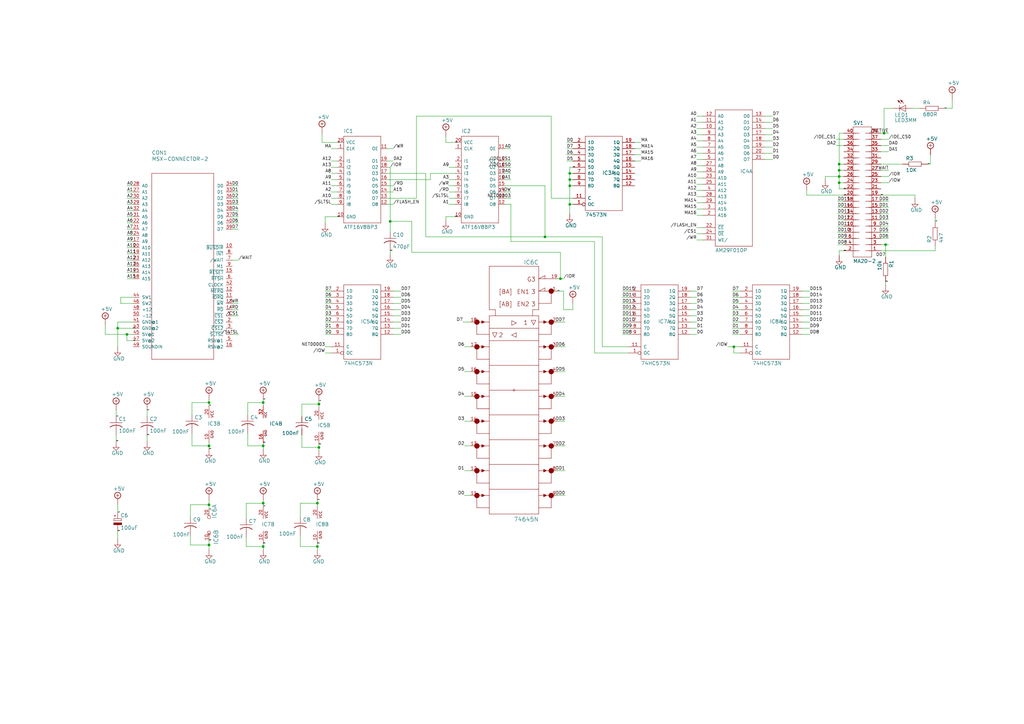
<source format=kicad_sch>
(kicad_sch (version 20211123) (generator eeschema)
  (paper "A3")
  (title_block (title "MSX-IDE 2021") (date "2021-08-05") (company "MSXmakers"))
  (junction (at 229.87 114.3))
  (junction (at 344.17 67.31))
  (junction (at 344.17 72.39))
  (junction (at 107.95 182.88))
  (junction (at 107.95 165.1))
  (junction (at 233.68 73.66))
  (junction (at 85.725 223.52))
  (junction (at 107.95 206.375))
  (junction (at 107.95 224.155))
  (junction (at 48.26 134.62))
  (junction (at 362.585 54.61))
  (junction (at 344.17 74.93))
  (junction (at 344.17 69.85))
  (junction (at 85.725 182.88))
  (junction (at 223.52 97.155))
  (junction (at 130.81 183.515))
  (junction (at 233.68 71.12))
  (junction (at 130.81 165.735))
  (junction (at 160.02 90.805))
  (junction (at 85.725 165.1))
  (junction (at 233.68 83.82))
  (junction (at 85.725 207.01))
  (junction (at 363.22 100.33))
  (junction (at 130.175 206.375))
  (junction (at 233.68 76.2))
  (junction (at 300.99 142.24))
  (junction (at 130.175 224.155))
  (junction (at 52.07 137.16))
  (wire (pts (xy 288.29 60.325) (xy 285.75 60.325)))
  (wire (pts (xy 95.25 88.9) (xy 97.79 88.9)))
  (wire (pts (xy 54.61 134.62) (xy 48.26 134.62)))
  (wire (pts (xy 260.35 66.04) (xy 262.89 66.04)))
  (wire (pts (xy 374.015 44.45) (xy 377.19 44.45)))
  (wire (pts (xy 234.95 73.66) (xy 233.68 73.66)))
  (wire (pts (xy 123.825 183.515) (xy 123.825 178.435)))
  (wire (pts (xy 243.84 99.06) (xy 243.84 144.78)))
  (wire (pts (xy 223.52 97.155) (xy 247.015 97.155)))
  (wire (pts (xy 176.53 73.66) (xy 158.75 73.66)))
  (wire (pts (xy 107.95 165.1) (xy 101.6 165.1)))
  (wire (pts (xy 209.55 83.82) (xy 209.55 99.06)))
  (wire (pts (xy 158.75 81.28) (xy 170.815 81.28)))
  (wire (pts (xy 54.61 78.74) (xy 52.07 78.74)))
  (wire (pts (xy 170.815 47.625) (xy 226.06 47.625)))
  (wire (pts (xy 288.29 73.025) (xy 285.75 73.025)))
  (wire (pts (xy 48.26 132.08) (xy 48.26 134.62)))
  (wire (pts (xy 234.95 76.2) (xy 233.68 76.2)))
  (wire (pts (xy 186.69 88.9) (xy 182.88 88.9)))
  (wire (pts (xy 257.81 121.92) (xy 255.27 121.92)))
  (wire (pts (xy 186.69 73.66) (xy 184.15 73.66)))
  (wire (pts (xy 303.53 132.08) (xy 300.355 132.08)))
  (wire (pts (xy 186.69 58.42) (xy 182.88 58.42)))
  (wire (pts (xy 107.95 207.645) (xy 107.95 206.375)))
  (wire (pts (xy 133.35 88.9) (xy 133.35 91.44)))
  (wire (pts (xy 283.21 124.46) (xy 285.75 124.46)))
  (wire (pts (xy 328.93 137.16) (xy 332.105 137.16)))
  (wire (pts (xy 344.17 69.85) (xy 344.17 67.31)))
  (wire (pts (xy 346.075 80.01) (xy 330.835 80.01)))
  (wire (pts (xy 344.17 72.39) (xy 344.17 69.85)))
  (wire (pts (xy 174.625 97.155) (xy 174.625 71.12)))
  (wire (pts (xy 313.69 55.245) (xy 316.865 55.245)))
  (wire (pts (xy 257.81 129.54) (xy 255.27 129.54)))
  (wire (pts (xy 52.07 139.7) (xy 52.07 137.16)))
  (wire (pts (xy 160.02 102.87) (xy 160.02 104.14)))
  (wire (pts (xy 95.25 76.2) (xy 97.79 76.2)))
  (wire (pts (xy 231.14 119.38) (xy 231.14 127)))
  (wire (pts (xy 228.6 182.88) (xy 231.775 182.88)))
  (wire (pts (xy 85.725 182.88) (xy 85.725 181.61)))
  (wire (pts (xy 138.43 66.04) (xy 135.89 66.04)))
  (wire (pts (xy 361.315 82.55) (xy 364.49 82.55)))
  (wire (pts (xy 346.075 57.15) (xy 342.9 57.15)))
  (wire (pts (xy 48.26 210.185) (xy 48.26 207.01)))
  (wire (pts (xy 375.285 80.01) (xy 375.285 81.28)))
  (wire (pts (xy 328.93 134.62) (xy 332.105 134.62)))
  (wire (pts (xy 363.22 100.33) (xy 363.22 105.41)))
  (wire (pts (xy 170.815 81.28) (xy 170.815 47.625)))
  (wire (pts (xy 160.02 95.25) (xy 160.02 90.805)))
  (wire (pts (xy 330.835 80.01) (xy 330.835 78.105)))
  (wire (pts (xy 78.74 165.1) (xy 78.74 170.18)))
  (wire (pts (xy 344.17 74.93) (xy 344.17 72.39)))
  (wire (pts (xy 313.69 52.705) (xy 316.865 52.705)))
  (wire (pts (xy 48.26 217.805) (xy 48.26 220.98)))
  (wire (pts (xy 107.95 163.83) (xy 107.95 165.1)))
  (wire (pts (xy 257.81 132.08) (xy 255.27 132.08)))
  (wire (pts (xy 234.95 83.82) (xy 233.68 83.82)))
  (wire (pts (xy 300.99 144.78) (xy 303.53 144.78)))
  (wire (pts (xy 283.21 121.92) (xy 285.75 121.92)))
  (wire (pts (xy 130.81 183.515) (xy 130.81 184.785)))
  (wire (pts (xy 234.95 60.96) (xy 232.41 60.96)))
  (wire (pts (xy 54.61 109.22) (xy 52.07 109.22)))
  (wire (pts (xy 85.725 223.52) (xy 85.725 225.425)))
  (wire (pts (xy 223.52 97.155) (xy 174.625 97.155)))
  (wire (pts (xy 101.6 182.88) (xy 101.6 177.8)))
  (wire (pts (xy 161.29 137.16) (xy 164.465 137.16)))
  (wire (pts (xy 85.725 207.01) (xy 85.725 205.105)))
  (wire (pts (xy 346.075 92.71) (xy 343.535 92.71)))
  (wire (pts (xy 313.69 50.165) (xy 316.865 50.165)))
  (wire (pts (xy 361.315 85.09) (xy 364.49 85.09)))
  (wire (pts (xy 288.29 57.785) (xy 285.75 57.785)))
  (wire (pts (xy 78.105 207.01) (xy 78.105 212.09)))
  (wire (pts (xy 54.61 86.36) (xy 52.07 86.36)))
  (wire (pts (xy 193.04 193.04) (xy 190.5 193.04)))
  (wire (pts (xy 228.6 162.56) (xy 231.775 162.56)))
  (wire (pts (xy 288.29 88.265) (xy 285.75 88.265)))
  (wire (pts (xy 182.88 58.42) (xy 182.88 55.88)))
  (wire (pts (xy 361.315 95.25) (xy 364.49 95.25)))
  (wire (pts (xy 207.01 73.66) (xy 209.55 73.66)))
  (wire (pts (xy 95.25 83.82) (xy 97.79 83.82)))
  (wire (pts (xy 234.95 63.5) (xy 232.41 63.5)))
  (wire (pts (xy 138.43 73.66) (xy 135.89 73.66)))
  (wire (pts (xy 54.61 104.14) (xy 52.07 104.14)))
  (wire (pts (xy 54.61 96.52) (xy 52.07 96.52)))
  (wire (pts (xy 283.21 134.62) (xy 285.75 134.62)))
  (wire (pts (xy 107.95 182.88) (xy 101.6 182.88)))
  (wire (pts (xy 346.075 97.79) (xy 343.535 97.79)))
  (wire (pts (xy 288.29 93.345) (xy 285.75 93.345)))
  (wire (pts (xy 233.68 73.66) (xy 233.68 76.2)))
  (wire (pts (xy 52.07 137.16) (xy 43.18 137.16)))
  (wire (pts (xy 234.95 127) (xy 234.95 124.46)))
  (wire (pts (xy 193.04 142.24) (xy 190.5 142.24)))
  (wire (pts (xy 60.325 178.435) (xy 60.325 180.975)))
  (wire (pts (xy 54.61 114.3) (xy 52.07 114.3)))
  (wire (pts (xy 135.89 137.16) (xy 133.35 137.16)))
  (wire (pts (xy 186.69 81.28) (xy 184.15 81.28)))
  (wire (pts (xy 130.81 165.735) (xy 130.81 167.005)))
  (wire (pts (xy 54.61 88.9) (xy 52.07 88.9)))
  (wire (pts (xy 101.6 165.1) (xy 101.6 170.18)))
  (wire (pts (xy 54.61 99.06) (xy 52.07 99.06)))
  (wire (pts (xy 303.53 127) (xy 300.355 127)))
  (wire (pts (xy 362.585 44.45) (xy 362.585 54.61)))
  (wire (pts (xy 288.29 50.165) (xy 285.75 50.165)))
  (wire (pts (xy 257.81 137.16) (xy 255.27 137.16)))
  (wire (pts (xy 130.175 224.155) (xy 123.19 224.155)))
  (wire (pts (xy 313.69 62.865) (xy 316.865 62.865)))
  (wire (pts (xy 107.95 206.375) (xy 100.965 206.375)))
  (wire (pts (xy 138.43 76.2) (xy 135.89 76.2)))
  (wire (pts (xy 135.89 142.24) (xy 133.35 142.24)))
  (wire (pts (xy 130.175 224.155) (xy 130.175 225.425)))
  (wire (pts (xy 161.29 127) (xy 164.465 127)))
  (wire (pts (xy 328.93 132.08) (xy 332.105 132.08)))
  (wire (pts (xy 130.175 206.375) (xy 130.175 207.645)))
  (wire (pts (xy 346.075 67.31) (xy 344.17 67.31)))
  (wire (pts (xy 288.29 95.885) (xy 285.75 95.885)))
  (wire (pts (xy 288.29 47.625) (xy 285.75 47.625)))
  (wire (pts (xy 85.725 207.01) (xy 78.105 207.01)))
  (wire (pts (xy 123.19 224.155) (xy 123.19 219.71)))
  (wire (pts (xy 85.725 182.88) (xy 78.74 182.88)))
  (wire (pts (xy 288.29 52.705) (xy 285.75 52.705)))
  (wire (pts (xy 387.35 44.45) (xy 390.525 44.45)))
  (wire (pts (xy 283.21 129.54) (xy 285.75 129.54)))
  (wire (pts (xy 288.29 75.565) (xy 285.75 75.565)))
  (wire (pts (xy 49.53 121.92) (xy 49.53 124.46)))
  (wire (pts (xy 346.075 59.69) (xy 342.9 59.69)))
  (wire (pts (xy 303.53 137.16) (xy 300.355 137.16)))
  (wire (pts (xy 138.43 78.74) (xy 135.89 78.74)))
  (wire (pts (xy 288.29 83.185) (xy 285.75 83.185)))
  (wire (pts (xy 233.68 83.82) (xy 233.68 87.63)))
  (wire (pts (xy 346.075 87.63) (xy 343.535 87.63)))
  (wire (pts (xy 138.43 68.58) (xy 135.89 68.58)))
  (wire (pts (xy 361.315 80.01) (xy 375.285 80.01)))
  (wire (pts (xy 226.06 47.625) (xy 226.06 81.28)))
  (wire (pts (xy 100.965 206.375) (xy 100.965 212.725)))
  (wire (pts (xy 107.95 206.375) (xy 107.95 205.105)))
  (wire (pts (xy 346.075 85.09) (xy 343.535 85.09)))
  (wire (pts (xy 313.69 57.785) (xy 316.865 57.785)))
  (wire (pts (xy 234.95 66.04) (xy 232.41 66.04)))
  (wire (pts (xy 300.99 142.24) (xy 298.45 142.24)))
  (wire (pts (xy 135.89 132.08) (xy 133.35 132.08)))
  (wire (pts (xy 95.25 93.98) (xy 97.79 93.98)))
  (wire (pts (xy 158.75 68.58) (xy 160.02 68.58)))
  (wire (pts (xy 283.21 137.16) (xy 285.75 137.16)))
  (wire (pts (xy 107.95 181.61) (xy 107.95 182.88)))
  (wire (pts (xy 130.81 165.735) (xy 123.825 165.735)))
  (wire (pts (xy 209.55 99.06) (xy 243.84 99.06)))
  (wire (pts (xy 193.04 132.08) (xy 189.865 132.08)))
  (wire (pts (xy 193.04 152.4) (xy 190.5 152.4)))
  (wire (pts (xy 54.61 106.68) (xy 52.07 106.68)))
  (wire (pts (xy 328.93 129.54) (xy 332.105 129.54)))
  (wire (pts (xy 161.29 124.46) (xy 164.465 124.46)))
  (wire (pts (xy 107.95 224.155) (xy 107.95 225.425)))
  (wire (pts (xy 47.625 170.815) (xy 47.625 168.275)))
  (wire (pts (xy 49.53 124.46) (xy 54.61 124.46)))
  (wire (pts (xy 174.625 71.12) (xy 158.75 71.12)))
  (wire (pts (xy 135.89 134.62) (xy 133.35 134.62)))
  (wire (pts (xy 303.53 121.92) (xy 300.355 121.92)))
  (wire (pts (xy 107.95 224.155) (xy 100.965 224.155)))
  (wire (pts (xy 95.25 91.44) (xy 97.79 91.44)))
  (wire (pts (xy 85.725 165.1) (xy 78.74 165.1)))
  (wire (pts (xy 135.89 129.54) (xy 133.35 129.54)))
  (wire (pts (xy 158.75 76.2) (xy 161.29 76.2)))
  (wire (pts (xy 361.315 90.17) (xy 364.49 90.17)))
  (wire (pts (xy 288.29 98.425) (xy 285.75 98.425)))
  (wire (pts (xy 78.105 223.52) (xy 78.105 219.71)))
  (wire (pts (xy 233.68 71.12) (xy 233.68 73.66)))
  (wire (pts (xy 231.14 127) (xy 234.95 127)))
  (wire (pts (xy 186.69 68.58) (xy 184.15 68.58)))
  (wire (pts (xy 288.29 67.945) (xy 285.75 67.945)))
  (wire (pts (xy 161.29 119.38) (xy 164.465 119.38)))
  (wire (pts (xy 361.315 92.71) (xy 364.49 92.71)))
  (wire (pts (xy 346.075 69.85) (xy 344.17 69.85)))
  (wire (pts (xy 176.53 71.12) (xy 176.53 73.66)))
  (wire (pts (xy 283.21 127) (xy 285.75 127)))
  (wire (pts (xy 158.75 60.96) (xy 161.29 60.96)))
  (wire (pts (xy 138.43 81.28) (xy 135.89 81.28)))
  (wire (pts (xy 344.17 54.61) (xy 344.17 67.31)))
  (wire (pts (xy 383.54 90.805) (xy 383.54 89.535)))
  (wire (pts (xy 303.53 134.62) (xy 300.355 134.62)))
  (wire (pts (xy 346.075 74.93) (xy 344.17 74.93)))
  (wire (pts (xy 135.89 119.38) (xy 133.35 119.38)))
  (wire (pts (xy 207.01 76.2) (xy 223.52 76.2)))
  (wire (pts (xy 361.315 69.85) (xy 364.49 69.85)))
  (wire (pts (xy 346.075 77.47) (xy 344.17 77.47)))
  (wire (pts (xy 361.315 62.23) (xy 364.49 62.23)))
  (wire (pts (xy 207.01 66.04) (xy 209.55 66.04)))
  (wire (pts (xy 85.725 223.52) (xy 78.105 223.52)))
  (wire (pts (xy 85.725 166.37) (xy 85.725 165.1)))
  (wire (pts (xy 361.315 97.79) (xy 364.49 97.79)))
  (wire (pts (xy 346.075 82.55) (xy 343.535 82.55)))
  (wire (pts (xy 207.01 60.96) (xy 209.55 60.96)))
  (wire (pts (xy 107.95 165.1) (xy 107.95 166.37)))
  (wire (pts (xy 54.61 111.76) (xy 52.07 111.76)))
  (wire (pts (xy 234.95 68.58) (xy 233.68 68.58)))
  (wire (pts (xy 363.22 100.33) (xy 364.49 100.33)))
  (wire (pts (xy 130.81 183.515) (xy 123.825 183.515)))
  (wire (pts (xy 47.625 180.975) (xy 47.625 178.435)))
  (wire (pts (xy 228.6 132.08) (xy 231.775 132.08)))
  (wire (pts (xy 138.43 58.42) (xy 132.08 58.42)))
  (wire (pts (xy 54.61 93.98) (xy 52.07 93.98)))
  (wire (pts (xy 313.69 47.625) (xy 316.865 47.625)))
  (wire (pts (xy 383.54 102.87) (xy 383.54 100.965)))
  (wire (pts (xy 54.61 137.16) (xy 52.07 137.16)))
  (wire (pts (xy 303.53 129.54) (xy 300.355 129.54)))
  (wire (pts (xy 130.175 205.105) (xy 130.175 206.375)))
  (wire (pts (xy 228.6 152.4) (xy 231.775 152.4)))
  (wire (pts (xy 186.69 78.74) (xy 184.15 78.74)))
  (wire (pts (xy 247.015 142.24) (xy 257.81 142.24)))
  (wire (pts (xy 135.89 127) (xy 133.35 127)))
  (wire (pts (xy 193.04 172.72) (xy 190.5 172.72)))
  (wire (pts (xy 161.29 132.08) (xy 164.465 132.08)))
  (wire (pts (xy 158.75 83.82) (xy 161.29 83.82)))
  (wire (pts (xy 107.95 222.885) (xy 107.95 224.155)))
  (wire (pts (xy 361.315 100.33) (xy 363.22 100.33)))
  (wire (pts (xy 54.61 121.92) (xy 49.53 121.92)))
  (wire (pts (xy 123.19 206.375) (xy 130.175 206.375)))
  (wire (pts (xy 346.075 90.17) (xy 343.535 90.17)))
  (wire (pts (xy 186.69 76.2) (xy 184.15 76.2)))
  (wire (pts (xy 193.04 203.2) (xy 190.5 203.2)))
  (wire (pts (xy 303.53 124.46) (xy 300.355 124.46)))
  (wire (pts (xy 288.29 85.725) (xy 285.75 85.725)))
  (wire (pts (xy 313.69 65.405) (xy 316.865 65.405)))
  (wire (pts (xy 193.04 162.56) (xy 190.5 162.56)))
  (wire (pts (xy 234.95 58.42) (xy 232.41 58.42)))
  (wire (pts (xy 54.61 101.6) (xy 52.07 101.6)))
  (wire (pts (xy 313.69 60.325) (xy 316.865 60.325)))
  (wire (pts (xy 257.81 124.46) (xy 255.27 124.46)))
  (wire (pts (xy 207.01 78.74) (xy 209.55 78.74)))
  (wire (pts (xy 361.315 74.93) (xy 364.49 74.93)))
  (wire (pts (xy 135.89 121.92) (xy 133.35 121.92)))
  (wire (pts (xy 130.175 222.885) (xy 130.175 224.155)))
  (wire (pts (xy 346.075 100.33) (xy 343.535 100.33)))
  (wire (pts (xy 130.81 164.465) (xy 130.81 165.735)))
  (wire (pts (xy 300.99 142.24) (xy 300.99 144.78)))
  (wire (pts (xy 243.84 144.78) (xy 257.81 144.78)))
  (wire (pts (xy 78.74 182.88) (xy 78.74 177.8)))
  (wire (pts (xy 288.29 80.645) (xy 285.75 80.645)))
  (wire (pts (xy 283.21 119.38) (xy 285.75 119.38)))
  (wire (pts (xy 95.25 78.74) (xy 97.79 78.74)))
  (wire (pts (xy 303.53 119.38) (xy 300.355 119.38)))
  (wire (pts (xy 260.35 60.96) (xy 262.89 60.96)))
  (wire (pts (xy 229.87 103.505) (xy 168.91 103.505)))
  (wire (pts (xy 207.01 83.82) (xy 209.55 83.82)))
  (wire (pts (xy 257.81 119.38) (xy 255.27 119.38)))
  (wire (pts (xy 207.01 81.28) (xy 209.55 81.28)))
  (wire (pts (xy 228.6 142.24) (xy 231.775 142.24)))
  (wire (pts (xy 260.35 63.5) (xy 262.89 63.5)))
  (wire (pts (xy 85.725 208.915) (xy 85.725 207.01)))
  (wire (pts (xy 95.25 124.46) (xy 97.79 124.46)))
  (wire (pts (xy 123.825 165.735) (xy 123.825 170.815)))
  (wire (pts (xy 303.53 142.24) (xy 300.99 142.24)))
  (wire (pts (xy 182.88 88.9) (xy 182.88 90.17)))
  (wire (pts (xy 207.01 68.58) (xy 209.55 68.58)))
  (wire (pts (xy 361.315 72.39) (xy 364.49 72.39)))
  (wire (pts (xy 288.29 70.485) (xy 285.75 70.485)))
  (wire (pts (xy 233.68 76.2) (xy 233.68 83.82)))
  (wire (pts (xy 328.93 121.92) (xy 332.105 121.92)))
  (wire (pts (xy 346.075 95.25) (xy 343.535 95.25)))
  (wire (pts (xy 207.01 71.12) (xy 209.55 71.12)))
  (wire (pts (xy 138.43 60.96) (xy 135.89 60.96)))
  (wire (pts (xy 328.93 124.46) (xy 332.105 124.46)))
  (wire (pts (xy 138.43 88.9) (xy 133.35 88.9)))
  (wire (pts (xy 54.61 91.44) (xy 52.07 91.44)))
  (wire (pts (xy 257.81 134.62) (xy 255.27 134.62)))
  (wire (pts (xy 283.21 132.08) (xy 285.75 132.08)))
  (wire (pts (xy 60.325 168.275) (xy 60.325 170.815)))
  (wire (pts (xy 85.725 165.1) (xy 85.725 163.83)))
  (wire (pts (xy 135.89 124.46) (xy 133.35 124.46)))
  (wire (pts (xy 43.18 137.16) (xy 43.18 133.35)))
  (wire (pts (xy 138.43 83.82) (xy 135.89 83.82)))
  (wire (pts (xy 338.455 72.39) (xy 338.455 73.66)))
  (wire (pts (xy 161.29 134.62) (xy 164.465 134.62)))
  (wire (pts (xy 138.43 71.12) (xy 135.89 71.12)))
  (wire (pts (xy 228.6 203.2) (xy 231.775 203.2)))
  (wire (pts (xy 288.29 78.105) (xy 285.75 78.105)))
  (wire (pts (xy 95.25 129.54) (xy 97.79 129.54)))
  (wire (pts (xy 95.25 127) (xy 97.79 127)))
  (wire (pts (xy 346.075 102.87) (xy 344.17 102.87)))
  (wire (pts (xy 288.29 65.405) (xy 285.75 65.405)))
  (wire (pts (xy 328.93 127) (xy 332.105 127)))
  (wire (pts (xy 130.81 182.245) (xy 130.81 183.515)))
  (wire (pts (xy 362.585 54.61) (xy 364.49 54.61)))
  (wire (pts (xy 186.69 83.82) (xy 184.15 83.82)))
  (wire (pts (xy 363.22 115.57) (xy 363.22 116.84)))
  (wire (pts (xy 361.315 59.69) (xy 364.49 59.69)))
  (wire (pts (xy 229.87 114.3) (xy 229.87 103.505)))
  (wire (pts (xy 186.69 71.12) (xy 176.53 71.12)))
  (wire (pts (xy 288.29 55.245) (xy 285.75 55.245)))
  (wire (pts (xy 168.91 90.805) (xy 160.02 90.805)))
  (wire (pts (xy 344.17 72.39) (xy 338.455 72.39)))
  (wire (pts (xy 380.365 67.31) (xy 381.635 67.31)))
  (wire (pts (xy 234.95 71.12) (xy 233.68 71.12)))
  (wire (pts (xy 132.08 58.42) (xy 132.08 54.61)))
  (wire (pts (xy 228.6 119.38) (xy 231.14 119.38)))
  (wire (pts (xy 54.61 83.82) (xy 52.07 83.82)))
  (wire (pts (xy 95.25 81.28) (xy 97.79 81.28)))
  (wire (pts (xy 361.315 67.31) (xy 370.205 67.31)))
  (wire (pts (xy 361.315 87.63) (xy 364.49 87.63)))
  (wire (pts (xy 85.725 184.15) (xy 85.725 182.88)))
  (wire (pts (xy 229.87 114.3) (xy 231.14 114.3)))
  (wire (pts (xy 161.29 121.92) (xy 164.465 121.92)))
  (wire (pts (xy 344.17 77.47) (xy 344.17 74.93)))
  (wire (pts (xy 257.81 127) (xy 255.27 127)))
  (wire (pts (xy 361.315 54.61) (xy 362.585 54.61)))
  (wire (pts (xy 161.29 129.54) (xy 164.465 129.54)))
  (wire (pts (xy 346.075 54.61) (xy 344.17 54.61)))
  (wire (pts (xy 228.6 172.72) (xy 231.775 172.72)))
  (wire (pts (xy 344.17 102.87) (xy 344.17 104.775)))
  (wire (pts (xy 223.52 76.2) (xy 223.52 97.155)))
  (wire (pts (xy 288.29 62.865) (xy 285.75 62.865)))
  (wire (pts (xy 107.95 182.88) (xy 107.95 184.15)))
  (wire (pts (xy 54.61 76.2) (xy 52.07 76.2)))
  (wire (pts (xy 95.25 137.16) (xy 97.79 137.16)))
  (wire (pts (xy 260.35 58.42) (xy 262.89 58.42)))
  (wire (pts (xy 226.06 81.28) (xy 234.95 81.28)))
  (wire (pts (xy 54.61 139.7) (xy 52.07 139.7)))
  (wire (pts (xy 346.075 72.39) (xy 344.17 72.39)))
  (wire (pts (xy 48.26 134.62) (xy 48.26 142.24)))
  (wire (pts (xy 193.04 182.88) (xy 190.5 182.88)))
  (wire (pts (xy 85.725 221.615) (xy 85.725 223.52)))
  (wire (pts (xy 123.19 212.09) (xy 123.19 206.375)))
  (wire (pts (xy 160.02 90.805) (xy 160.02 68.58)))
  (wire (pts (xy 390.525 44.45) (xy 390.525 40.64)))
  (wire (pts (xy 95.25 106.68) (xy 97.79 106.68)))
  (wire (pts (xy 247.015 97.155) (xy 247.015 142.24)))
  (wire (pts (xy 328.93 119.38) (xy 332.105 119.38)))
  (wire (pts (xy 381.635 67.31) (xy 381.635 63.5)))
  (wire (pts (xy 135.89 144.78) (xy 133.35 144.78)))
  (wire (pts (xy 168.91 103.505) (xy 168.91 90.805)))
  (wire (pts (xy 158.75 66.04) (xy 161.29 66.04)))
  (wire (pts (xy 158.75 78.74) (xy 161.29 78.74)))
  (wire (pts (xy 95.25 86.36) (xy 97.79 86.36)))
  (wire (pts (xy 361.315 57.15) (xy 364.49 57.15)))
  (wire (pts (xy 54.61 132.08) (xy 48.26 132.08)))
  (wire (pts (xy 228.6 114.3) (xy 229.87 114.3)))
  (wire (pts (xy 54.61 81.28) (xy 52.07 81.28)))
  (wire (pts (xy 233.68 68.58) (xy 233.68 71.12)))
  (wire (pts (xy 361.315 102.87) (xy 383.54 102.87)))
  (wire (pts (xy 100.965 224.155) (xy 100.965 220.345)))
  (wire (pts (xy 228.6 193.04) (xy 231.775 193.04)))
  (wire (pts (xy 366.395 44.45) (xy 362.585 44.45)))
  (label "GND" (at 107.95 181.61 0) (effects (font (size 0.254 0.254))))
  (label "A3" (at 285.75 55.245 180))
  (label "D1" (at 316.865 62.865 0))
  (label "/FLASH_EN" (at 161.29 83.82 0))
  (label "DD11" (at 332.105 129.54 0))
  (label "DD1" (at 164.465 134.62 0))
  (label "A14" (at 52.07 111.76 0))
  (label "GND" (at 60.325 178.435 0) (effects (font (size 0.254 0.254))))
  (label "DD6" (at 164.465 121.92 0))
  (label "/FLASH_EN" (at 285.75 93.345 180))
  (label "DD0" (at 364.49 82.55 180))
  (label "/WR" (at 285.75 98.425 180))
  (label "A3" (at 184.15 73.66 180))
  (label "A12" (at 135.89 66.04 180))
  (label "D4" (at 300.355 127 0))
  (label "DD14" (at 343.535 85.09 0))
  (label "+5V" (at 130.81 164.465 0) (effects (font (size 0.254 0.254))))
  (label "D7" (at 300.355 119.38 0))
  (label "GND" (at 130.175 222.885 0) (effects (font (size 0.254 0.254))))
  (label "A3" (at 52.07 83.82 0))
  (label "/IOW" (at 364.49 74.93 0))
  (label "/RD" (at 161.29 76.2 0))
  (label "DD0" (at 164.465 137.16 0))
  (label "DD13" (at 255.27 124.46 0))
  (label "DD7" (at 231.775 132.08 180))
  (label "A4" (at 285.75 57.785 180))
  (label "GND" (at 363.22 115.57 0) (effects (font (size 0.254 0.254))))
  (label "/RD" (at 184.15 78.74 180))
  (label "DA1" (at 209.55 73.66 180))
  (label "D0" (at 316.865 65.405 0))
  (label "DD10" (at 332.105 132.08 0))
  (label "GND" (at 160.02 102.87 0) (effects (font (size 0.254 0.254))))
  (label "D3" (at 190.5 172.72 180))
  (label "MA14" (at 262.89 60.96 0))
  (label "DD3" (at 364.49 90.17 180))
  (label "DD6" (at 364.49 97.79 180))
  (label "DD8" (at 255.27 137.16 0))
  (label "/IOW" (at 298.45 142.24 180))
  (label "D0" (at 190.5 203.2 180))
  (label "DD3" (at 164.465 129.54 0))
  (label "DD1" (at 231.775 193.04 180))
  (label "DD9" (at 332.105 134.62 0))
  (label "DD14" (at 332.105 121.92 0))
  (label "D3" (at 97.79 83.82 180))
  (label "+5V" (at 383.54 90.805 0) (effects (font (size 0.254 0.254))))
  (label "/SLTSL" (at 97.79 137.16 180))
  (label "DD4" (at 231.775 162.56 180))
  (label "D4" (at 316.865 55.245 0))
  (label "GND" (at 107.95 222.885 0) (effects (font (size 0.254 0.254))))
  (label "GND" (at 47.625 180.975 0) (effects (font (size 0.254 0.254))))
  (label "D0" (at 133.35 137.16 0))
  (label "DD6" (at 231.775 142.24 180))
  (label "GND" (at 138.43 88.9 0) (effects (font (size 0.254 0.254))))
  (label "DA0" (at 209.55 71.12 180))
  (label "DD5" (at 364.49 95.25 180))
  (label "/WAIT" (at 97.79 106.68 0))
  (label "MA16" (at 262.89 66.04 0))
  (label "+5V" (at 387.35 44.45 0) (effects (font (size 0.254 0.254))))
  (label "D5" (at 97.79 88.9 180))
  (label "DD10" (at 343.535 95.25 0))
  (label "+5V" (at 60.325 168.275 0) (effects (font (size 0.254 0.254))))
  (label "/CS1" (at 97.79 129.54 180))
  (label "GND" (at 85.725 184.15 0) (effects (font (size 0.254 0.254))))
  (label "D3" (at 285.75 129.54 0))
  (label "D2" (at 190.5 182.88 180))
  (label "GND" (at 85.725 221.615 0) (effects (font (size 0.254 0.254))))
  (label "D4" (at 133.35 127 0))
  (label "A11" (at 135.89 76.2 180))
  (label "D6" (at 316.865 50.165 0))
  (label "A13" (at 135.89 68.58 180))
  (label "+5V" (at 85.725 208.915 0) (effects (font (size 0.254 0.254))))
  (label "A4" (at 52.07 86.36 0))
  (label "A12" (at 52.07 106.68 0))
  (label "A13" (at 285.75 80.645 180))
  (label "DD12" (at 255.27 127 0))
  (label "D4" (at 190.5 162.56 180))
  (label "DD8" (at 343.535 100.33 0))
  (label "GND" (at 361.315 80.01 0) (effects (font (size 0.254 0.254))))
  (label "+5V" (at 54.61 139.7 0) (effects (font (size 0.254 0.254))))
  (label "MA16" (at 285.75 88.265 180))
  (label "A7" (at 52.07 93.98 0))
  (label "DD0" (at 231.775 203.2 180))
  (label "A5" (at 52.07 88.9 0))
  (label "D1" (at 97.79 78.74 180))
  (label "D3" (at 300.355 129.54 0))
  (label "D3" (at 316.865 57.785 0))
  (label "D0" (at 232.41 58.42 0))
  (label "D5" (at 316.865 52.705 0))
  (label "D6" (at 133.35 121.92 0))
  (label "A9" (at 184.15 68.58 180))
  (label "DD15" (at 343.535 82.55 0))
  (label "D7" (at 285.75 119.38 0))
  (label "/IOW" (at 209.55 78.74 180))
  (label "NET00003" (at 209.55 81.28 180))
  (label "DD13" (at 343.535 87.63 0))
  (label "A13" (at 52.07 109.22 0))
  (label "D5" (at 133.35 124.46 0))
  (label "A1" (at 52.07 78.74 0))
  (label "+5V" (at 380.365 67.31 0) (effects (font (size 0.254 0.254))))
  (label "/WAIT" (at 364.49 69.85 180))
  (label "A11" (at 52.07 104.14 0))
  (label "D2" (at 97.79 81.28 180))
  (label "MA14" (at 285.75 83.185 180))
  (label "/IDE_CS1" (at 342.9 57.15 180))
  (label "A12" (at 285.75 78.105 180))
  (label "GND" (at 346.075 102.87 0) (effects (font (size 0.254 0.254))))
  (label "NET00003" (at 133.35 142.24 180))
  (label "D0" (at 285.75 137.16 0))
  (label "DD5" (at 164.465 124.46 0))
  (label "A6" (at 285.75 62.865 180))
  (label "D2" (at 300.355 132.08 0))
  (label "A9" (at 285.75 70.485 180))
  (label "MA15" (at 262.89 63.5 0))
  (label "DD4" (at 364.49 92.71 180))
  (label "D1" (at 190.5 193.04 180))
  (label "D4" (at 285.75 127 0))
  (label "A0" (at 52.07 76.2 0))
  (label "A8" (at 135.89 71.12 180))
  (label "A5" (at 285.75 60.325 180))
  (label "/CS1" (at 285.75 95.885 180))
  (label "DD13" (at 332.105 124.46 0))
  (label "DD15" (at 332.105 119.38 0))
  (label "D1" (at 133.35 134.62 0))
  (label "/IDE_CS1" (at 209.55 66.04 180))
  (label "+5V" (at 130.175 205.105 0) (effects (font (size 0.254 0.254))))
  (label "+5V" (at 186.69 58.42 0) (effects (font (size 0.254 0.254))))
  (label "+5V" (at 107.95 207.645 0) (effects (font (size 0.254 0.254))))
  (label "GND" (at 186.69 88.9 0) (effects (font (size 0.254 0.254))))
  (label "/ACTIVE" (at 364.49 54.61 180))
  (label "DA2" (at 342.9 59.69 180))
  (label "DD2" (at 164.465 132.08 0))
  (label "GND" (at 234.95 68.58 0) (effects (font (size 0.254 0.254))))
  (label "D6" (at 190.5 142.24 180))
  (label "DD5" (at 231.775 152.4 180))
  (label "+5V" (at 138.43 58.42 0) (effects (font (size 0.254 0.254))))
  (label "A15" (at 52.07 114.3 0))
  (label "D7" (at 133.35 119.38 0))
  (label "A2" (at 285.75 52.705 180))
  (label "+5V" (at 48.26 210.185 0) (effects (font (size 0.254 0.254))))
  (label "D5" (at 300.355 124.46 0))
  (label "MA15" (at 285.75 85.725 180))
  (label "DD4" (at 164.465 127 0))
  (label "A10" (at 52.07 101.6 0))
  (label "/WR" (at 161.29 60.96 0))
  (label "+5V" (at 107.95 163.83 0) (effects (font (size 0.254 0.254))))
  (label "GND" (at 48.26 217.805 0) (effects (font (size 0.254 0.254))))
  (label "D1" (at 300.355 134.62 0))
  (label "DA1" (at 364.49 62.23 0))
  (label "A7" (at 285.75 65.405 180))
  (label "A8" (at 285.75 67.945 180))
  (label "A1" (at 285.75 50.165 180))
  (label "DD9" (at 255.27 134.62 0))
  (label "+5V" (at 228.6 119.38 0) (effects (font (size 0.254 0.254))))
  (label "GND" (at 346.075 77.47 0) (effects (font (size 0.254 0.254))))
  (label "D0" (at 300.355 137.16 0))
  (label "D2" (at 133.35 132.08 0))
  (label "D6" (at 232.41 63.5 0))
  (label "/IDE_CS0" (at 209.55 68.58 180))
  (label "DD7" (at 363.22 105.41 180))
  (label "DD2" (at 364.49 87.63 180))
  (label "A2" (at 135.89 78.74 180))
  (label "DD7" (at 164.465 119.38 0))
  (label "A10" (at 135.89 81.28 180))
  (label "D6" (at 285.75 121.92 0))
  (label "A1" (at 184.15 83.82 180))
  (label "+5V" (at 47.625 170.815 0) (effects (font (size 0.254 0.254))))
  (label "GND" (at 130.81 182.245 0) (effects (font (size 0.254 0.254))))
  (label "D5" (at 232.41 66.04 0))
  (label "A6" (at 52.07 91.44 0))
  (label "/SLTSL" (at 135.89 83.82 180))
  (label "A8" (at 52.07 96.52 0))
  (label "D1" (at 285.75 134.62 0))
  (label "DA2" (at 161.29 66.04 0))
  (label "D2" (at 285.75 132.08 0))
  (label "GND" (at 54.61 134.62 0) (effects (font (size 0.254 0.254))))
  (label "MA" (at 135.89 60.96 180))
  (label "D7" (at 316.865 47.625 0))
  (label "/RD" (at 97.79 127 180))
  (label "DD11" (at 255.27 129.54 0))
  (label "MA" (at 262.89 58.42 0))
  (label "DD15" (at 255.27 119.38 0))
  (label "/IOR" (at 364.49 72.39 0))
  (label "DD10" (at 255.27 132.08 0))
  (label "/IOR" (at 160.02 68.58 0))
  (label "D5" (at 190.5 152.4 180))
  (label "DD12" (at 343.535 90.17 0))
  (label "D7" (at 232.41 60.96 0))
  (label "DA0" (at 364.49 59.69 0))
  (label "D5" (at 285.75 124.46 0))
  (label "A0" (at 285.75 47.625 180))
  (label "+5V" (at 85.725 166.37 0) (effects (font (size 0.254 0.254))))
  (label "DD14" (at 255.27 121.92 0))
  (label "D6" (at 97.79 91.44 180))
  (label "DD3" (at 231.775 172.72 180))
  (label "/IOR" (at 231.14 114.3 0))
  (label "/IOW" (at 133.35 144.78 180))
  (label "A9" (at 135.89 73.66 180))
  (label "D2" (at 316.865 60.325 0))
  (label "/SLTSL" (at 184.15 81.28 180))
  (label "D0" (at 97.79 76.2 180))
  (label "DD9" (at 343.535 97.79 0))
  (label "/IDE_CS0" (at 364.49 57.15 0))
  (label "D6" (at 300.355 121.92 0))
  (label "/WR" (at 97.79 124.46 180))
  (label "D3" (at 133.35 129.54 0))
  (label "D4" (at 97.79 86.36 180))
  (label "A15" (at 161.29 78.74 0))
  (label "/WR" (at 184.15 76.2 180))
  (label "A10" (at 285.75 73.025 180))
  (label "DD1" (at 364.49 85.09 180))
  (label "D7" (at 97.79 93.98 180))
  (label "A2" (at 52.07 81.28 0))
  (label "DD8" (at 332.105 137.16 0))
  (label "DD2" (at 231.775 182.88 180))
  (label "A11" (at 285.75 75.565 180))
  (label "D7" (at 189.865 132.08 180))
  (label "DD11" (at 343.535 92.71 0))
  (label "A0" (at 209.55 60.96 180))
  (label "+5V" (at 346.075 80.01 0) (effects (font (size 0.254 0.254))))
  (label "A9" (at 52.07 99.06 0))
  (label "DD12" (at 332.105 127 0))
  (symbol (lib_id "esquema_1-eagle-import:+5V") (at 330.835 75.565 0) (unit 1)
    (property "Reference" "#SUPPLY029" (effects hide))
    (property "Value" "+5V" (at 328.93 72.39 0) (effects (font (size 1.4986 1.4986)) (justify left bottom)))
  )
  (symbol (lib_id "esquema_1-eagle-import:ATF16V8BP3") (at 148.59 73.66 0) (unit 1)
    (property "Reference" "IC1" (at 140.97 54.61 0) (effects (font (size 1.4986 1.4986)) (justify left bottom)))
    (property "Value" "ATF16V8BP3" (at 140.97 93.98 0) (effects (font (size 1.4986 1.4986)) (justify left bottom)))
    (property "Footprint" "esquema_1:DIL20" (effects hide))
  )
  (symbol (lib_id "esquema_1-eagle-import:GND") (at 47.625 183.515 0) (unit 1)
    (property "Reference" "#SUPPLY013" (effects hide))
    (property "Value" "GND" (at 45.72 186.69 0) (effects (font (size 1.4986 1.4986)) (justify left bottom)))
  )
  (symbol (lib_id "esquema_1-eagle-import:C-US025-030X050") (at 78.74 172.72 0) (unit 1)
    (property "Reference" "C3" (at 79.756 172.085 0) (effects (font (size 1.4986 1.4986)) (justify left bottom)))
    (property "Value" "100nF" (at 77.724 176.149 0) (effects (font (size 1.4986 1.4986)) (justify right top)))
    (property "Footprint" "esquema_1:C025-030X050" (effects hide))
  )
  (symbol (lib_id "esquema_1-eagle-import:+5V") (at 381.635 60.96 0) (unit 1)
    (property "Reference" "#SUPPLY027" (effects hide))
    (property "Value" "+5V" (at 379.73 57.785 0) (effects (font (size 1.4986 1.4986)) (justify left bottom)))
  )
  (symbol (lib_id "esquema_1-eagle-import:GND") (at 130.81 187.325 0) (unit 1)
    (property "Reference" "#SUPPLY016" (effects hide))
    (property "Value" "GND" (at 128.905 190.5 0) (effects (font (size 1.4986 1.4986)) (justify left bottom)))
  )
  (symbol (lib_id "esquema_1-eagle-import:GND") (at 48.26 144.78 0) (unit 1)
    (property "Reference" "#SUPPLY02" (effects hide))
    (property "Value" "GND" (at 46.355 147.955 0) (effects (font (size 1.4986 1.4986)) (justify left bottom)))
  )
  (symbol (lib_id "esquema_1-eagle-import:C-US025-030X050") (at 101.6 172.72 0) (unit 1)
    (property "Reference" "C4" (at 102.616 172.085 0) (effects (font (size 1.4986 1.4986)) (justify left bottom)))
    (property "Value" "100nF" (at 100.584 176.149 0) (effects (font (size 1.4986 1.4986)) (justify right top)))
    (property "Footprint" "esquema_1:C025-030X050" (effects hide))
  )
  (symbol (lib_id "esquema_1-eagle-import:GND") (at 133.35 93.98 0) (unit 1)
    (property "Reference" "#SUPPLY033" (effects hide))
    (property "Value" "GND" (at 131.445 97.155 0) (effects (font (size 1.4986 1.4986)) (justify left bottom)))
  )
  (symbol (lib_id "esquema_1-eagle-import:C-US025-030X050") (at 78.105 214.63 0) (unit 1)
    (property "Reference" "C9" (at 79.121 213.995 0) (effects (font (size 1.4986 1.4986)) (justify left bottom)))
    (property "Value" "100nF" (at 70.866 220.091 0) (effects (font (size 1.4986 1.4986)) (justify left bottom)))
    (property "Footprint" "esquema_1:C025-030X050" (effects hide))
  )
  (symbol (lib_id "esquema_1-eagle-import:C-US025-030X050") (at 47.625 173.355 0) (unit 1)
    (property "Reference" "C1" (at 48.641 172.72 0) (effects (font (size 1.4986 1.4986)) (justify left bottom)))
    (property "Value" "100nF" (at 48.641 177.546 0) (effects (font (size 1.4986 1.4986)) (justify left bottom)))
    (property "Footprint" "esquema_1:C025-030X050" (effects hide))
  )
  (symbol (lib_id "esquema_1-eagle-import:GND") (at 48.26 223.52 0) (unit 1)
    (property "Reference" "#SUPPLY019" (effects hide))
    (property "Value" "GND" (at 46.355 226.695 0) (effects (font (size 1.4986 1.4986)) (justify left bottom)))
  )
  (symbol (lib_id "esquema_1-eagle-import:GND") (at 338.455 76.2 0) (unit 1)
    (property "Reference" "#SUPPLY025" (effects hide))
    (property "Value" "GND" (at 336.55 79.375 0) (effects (font (size 1.4986 1.4986)) (justify left bottom)))
  )
  (symbol (lib_id "esquema_1-eagle-import:AM29F010P") (at 300.99 70.485 0) (unit 1)
    (property "Reference" "IC4" (at 303.53 71.12 0) (effects (font (size 1.4986 1.4986)) (justify left bottom)))
    (property "Value" "AM29F010P" (at 293.37 103.505 0) (effects (font (size 1.4986 1.4986)) (justify left bottom)))
    (property "Footprint" "esquema_1:DIL32-3" (effects hide))
  )
  (symbol (lib_id "esquema_1-eagle-import:AM29F010P") (at 107.95 173.99 0) (unit 2)
    (property "Reference" "IC4" (at 110.49 174.625 0) (effects (font (size 1.4986 1.4986)) (justify left bottom)))
    (property "Value" "AM29F010P" (effects hide))
    (property "Footprint" "esquema_1:DIL32-3" (effects hide))
  )
  (symbol (lib_id "esquema_1-eagle-import:74573N") (at 130.175 215.265 0) (unit 2)
    (property "Reference" "IC8" (at 129.54 215.9 0) (effects (font (size 1.4986 1.4986)) (justify left bottom)))
    (property "Value" "74HC573N" (effects hide))
    (property "Footprint" "esquema_1:DIL20" (effects hide))
  )
  (symbol (lib_id "esquema_1-eagle-import:74573N") (at 316.23 132.08 0) (unit 1)
    (property "Reference" "IC8" (at 315.595 132.715 0) (effects (font (size 1.4986 1.4986)) (justify left bottom)))
    (property "Value" "74HC573N" (at 308.61 149.86 0) (effects (font (size 1.4986 1.4986)) (justify left bottom)))
    (property "Footprint" "esquema_1:DIL20" (effects hide))
  )
  (symbol (lib_id "esquema_1-eagle-import:74573N") (at 148.59 132.08 0) (unit 1)
    (property "Reference" "IC5" (at 147.955 132.715 0) (effects (font (size 1.4986 1.4986)) (justify left bottom)))
    (property "Value" "74HC573N" (at 140.97 149.86 0) (effects (font (size 1.4986 1.4986)) (justify left bottom)))
    (property "Footprint" "esquema_1:DIL20" (effects hide))
  )
  (symbol (lib_id "esquema_1-eagle-import:74573N") (at 130.81 174.625 0) (unit 2)
    (property "Reference" "IC5" (at 130.175 175.26 0) (effects (font (size 1.4986 1.4986)) (justify left bottom)))
    (property "Value" "74HC573N" (effects hide))
    (property "Footprint" "esquema_1:DIL20" (effects hide))
  )
  (symbol (lib_id "esquema_1-eagle-import:ATF16V8BP3") (at 196.85 73.66 0) (unit 1)
    (property "Reference" "IC2" (at 189.23 54.61 0) (effects (font (size 1.4986 1.4986)) (justify left bottom)))
    (property "Value" "ATF16V8BP3" (at 189.23 93.98 0) (effects (font (size 1.4986 1.4986)) (justify left bottom)))
    (property "Footprint" "esquema_1:DIL20" (effects hide))
  )
  (symbol (lib_id "esquema_1-eagle-import:MA20-2") (at 353.695 77.47 0) (unit 1)
    (property "Reference" "SV1" (at 349.885 51.308 0) (effects (font (size 1.4986 1.4986)) (justify left bottom)))
    (property "Value" "MA20-2" (at 349.885 107.95 0) (effects (font (size 1.4986 1.4986)) (justify left bottom)))
    (property "Footprint" "esquema_1:MA20-2" (effects hide))
  )
  (symbol (lib_id "esquema_1-eagle-import:+5V") (at 182.88 53.34 0) (unit 1)
    (property "Reference" "#SUPPLY034" (effects hide))
    (property "Value" "+5V" (at 180.975 50.165 0) (effects (font (size 1.4986 1.4986)) (justify left bottom)))
  )
  (symbol (lib_id "esquema_1-eagle-import:GND") (at 363.22 119.38 0) (unit 1)
    (property "Reference" "#SUPPLY030" (effects hide))
    (property "Value" "GND" (at 361.315 122.555 0) (effects (font (size 1.4986 1.4986)) (justify left bottom)))
  )
  (symbol (lib_id "esquema_1-eagle-import:74573N") (at 247.65 71.12 0) (unit 1)
    (property "Reference" "IC3" (at 247.015 71.755 0) (effects (font (size 1.4986 1.4986)) (justify left bottom)))
    (property "Value" "74573N" (at 240.03 88.9 0) (effects (font (size 1.4986 1.4986)) (justify left bottom)))
    (property "Footprint" "esquema_1:DIL20" (effects hide))
  )
  (symbol (lib_id "esquema_1-eagle-import:74573N") (at 85.725 173.99 0) (unit 2)
    (property "Reference" "IC3" (at 85.09 174.625 0) (effects (font (size 1.4986 1.4986)) (justify left bottom)))
    (property "Value" "74573N" (effects hide))
    (property "Footprint" "esquema_1:DIL20" (effects hide))
  )
  (symbol (lib_id "esquema_1-eagle-import:GND") (at 130.175 227.965 0) (unit 1)
    (property "Reference" "#SUPPLY017" (effects hide))
    (property "Value" "GND" (at 128.27 231.14 0) (effects (font (size 1.4986 1.4986)) (justify left bottom)))
  )
  (symbol (lib_id "esquema_1-eagle-import:74645N") (at 85.725 211.455 0) (unit 1)
    (property "Reference" "IC6" (at 88.9 212.725 90) (effects (font (size 1.7272 1.7272)) (justify left bottom)))
    (property "Value" "74645N" (effects hide))
    (property "Footprint" "esquema_1:DIL20" (effects hide))
  )
  (symbol (lib_id "esquema_1-eagle-import:74645N") (at 85.725 219.075 0) (unit 2)
    (property "Reference" "IC6" (at 87.63 217.17 90) (effects (font (size 1.7272 1.7272)) (justify right top)))
    (property "Value" "74645N" (effects hide))
    (property "Footprint" "esquema_1:DIL20" (effects hide))
  )
  (symbol (lib_id "esquema_1-eagle-import:74645N") (at 210.82 160.02 0) (mirror y) (unit 3)
    (property "Reference" "IC6" (at 220.98 108.585 0) (effects (font (size 1.7272 1.7272)) (justify left bottom)))
    (property "Value" "74645N" (at 220.98 213.995 0) (effects (font (size 1.7272 1.7272)) (justify left bottom)))
    (property "Footprint" "esquema_1:DIL20" (effects hide))
  )
  (symbol (lib_id "esquema_1-eagle-import:+5V") (at 60.325 165.735 0) (unit 1)
    (property "Reference" "#SUPPLY04" (effects hide))
    (property "Value" "+5V" (at 58.42 162.56 0) (effects (font (size 1.4986 1.4986)) (justify left bottom)))
  )
  (symbol (lib_id "esquema_1-eagle-import:GND") (at 344.17 107.315 0) (unit 1)
    (property "Reference" "#SUPPLY024" (effects hide))
    (property "Value" "GND" (at 342.265 110.49 0) (effects (font (size 1.4986 1.4986)) (justify left bottom)))
  )
  (symbol (lib_id "esquema_1-eagle-import:GND") (at 107.95 186.69 0) (unit 1)
    (property "Reference" "#SUPPLY015" (effects hide))
    (property "Value" "GND" (at 106.045 189.865 0) (effects (font (size 1.4986 1.4986)) (justify left bottom)))
  )
  (symbol (lib_id "esquema_1-eagle-import:+5V") (at 107.95 202.565 0) (unit 1)
    (property "Reference" "#SUPPLY07" (effects hide))
    (property "Value" "+5V" (at 106.045 199.39 0) (effects (font (size 1.4986 1.4986)) (justify left bottom)))
  )
  (symbol (lib_id "esquema_1-eagle-import:GND") (at 107.95 227.965 0) (unit 1)
    (property "Reference" "#SUPPLY022" (effects hide))
    (property "Value" "GND" (at 106.045 231.14 0) (effects (font (size 1.4986 1.4986)) (justify left bottom)))
  )
  (symbol (lib_id "esquema_1-eagle-import:C-US025-030X050") (at 60.325 173.355 0) (unit 1)
    (property "Reference" "C2" (at 61.341 172.72 0) (effects (font (size 1.4986 1.4986)) (justify left bottom)))
    (property "Value" "100nF" (at 61.341 177.546 0) (effects (font (size 1.4986 1.4986)) (justify left bottom)))
    (property "Footprint" "esquema_1:C025-030X050" (effects hide))
  )
  (symbol (lib_id "esquema_1-eagle-import:+5V") (at 390.525 38.1 0) (unit 1)
    (property "Reference" "#SUPPLY037" (effects hide))
    (property "Value" "+5V" (at 388.62 34.925 0) (effects (font (size 1.4986 1.4986)) (justify left bottom)))
  )
  (symbol (lib_id "esquema_1-eagle-import:C-US025-030X050") (at 123.19 214.63 0) (unit 1)
    (property "Reference" "C8" (at 124.206 213.995 0) (effects (font (size 1.4986 1.4986)) (justify left bottom)))
    (property "Value" "100nF" (at 121.539 218.059 0) (effects (font (size 1.4986 1.4986)) (justify right top)))
    (property "Footprint" "esquema_1:C025-030X050" (effects hide))
  )
  (symbol (lib_id "esquema_1-eagle-import:+5V") (at 48.26 204.47 0) (unit 1)
    (property "Reference" "#SUPPLY09" (effects hide))
    (property "Value" "+5V" (at 46.355 201.295 0) (effects (font (size 1.4986 1.4986)) (justify left bottom)))
  )
  (symbol (lib_id "esquema_1-eagle-import:GND") (at 60.325 183.515 0) (unit 1)
    (property "Reference" "#SUPPLY014" (effects hide))
    (property "Value" "GND" (at 58.42 186.69 0) (effects (font (size 1.4986 1.4986)) (justify left bottom)))
  )
  (symbol (lib_id "esquema_1-eagle-import:+5V") (at 132.08 52.07 0) (unit 1)
    (property "Reference" "#SUPPLY032" (effects hide))
    (property "Value" "+5V" (at 130.175 48.895 0) (effects (font (size 1.4986 1.4986)) (justify left bottom)))
  )
  (symbol (lib_id "esquema_1-eagle-import:C-US025-030X050") (at 160.02 97.79 0) (unit 1)
    (property "Reference" "C10" (at 161.036 97.155 0) (effects (font (size 1.4986 1.4986)) (justify left bottom)))
    (property "Value" "470pF" (at 161.036 101.981 0) (effects (font (size 1.4986 1.4986)) (justify left bottom)))
    (property "Footprint" "esquema_1:C025-030X050" (effects hide))
  )
  (symbol (lib_id "esquema_1-eagle-import:R-EU_M0805") (at 383.54 95.885 90) (unit 1)
    (property "Reference" "R2" (at 382.0414 99.695 0) (effects (font (size 1.4986 1.4986)) (justify left bottom)))
    (property "Value" "4k7" (at 386.842 99.695 0) (effects (font (size 1.4986 1.4986)) (justify left bottom)))
    (property "Footprint" "esquema_1:M0805" (effects hide))
  )
  (symbol (lib_id "esquema_1-eagle-import:MSX-CONNECTOR-2") (at 54.61 132.08 0) (unit 1)
    (property "Reference" "CON1" (at 62.23 63.5 0) (effects (font (size 1.4986 1.4986)) (justify left bottom)))
    (property "Value" "MSX-CONNECTOR-2" (at 62.23 66.04 0) (effects (font (size 1.4986 1.4986)) (justify left bottom)))
    (property "Footprint" "esquema_1:MSX-CONNECTOR" (effects hide))
  )
  (symbol (lib_id "esquema_1-eagle-import:C-US025-030X050") (at 100.965 215.265 0) (unit 1)
    (property "Reference" "C7" (at 101.981 214.63 0) (effects (font (size 1.4986 1.4986)) (justify left bottom)))
    (property "Value" "100nF" (at 99.949 219.329 0) (effects (font (size 1.4986 1.4986)) (justify right top)))
    (property "Footprint" "esquema_1:C025-030X050" (effects hide))
  )
  (symbol (lib_id "esquema_1-eagle-import:+5V") (at 107.95 161.29 0) (unit 1)
    (property "Reference" "#SUPPLY012" (effects hide))
    (property "Value" "+5V" (at 106.045 158.115 0) (effects (font (size 1.4986 1.4986)) (justify left bottom)))
  )
  (symbol (lib_id "esquema_1-eagle-import:+5V") (at 234.95 121.92 0) (unit 1)
    (property "Reference" "#SUPPLY023" (effects hide))
    (property "Value" "+5V" (at 233.045 118.745 0) (effects (font (size 1.4986 1.4986)) (justify left bottom)))
  )
  (symbol (lib_id "esquema_1-eagle-import:R-EU_M0805") (at 363.22 110.49 270) (unit 1)
    (property "Reference" "R1" (at 364.7186 106.68 0) (effects (font (size 1.4986 1.4986)) (justify left bottom)))
    (property "Value" "10k" (at 359.918 106.68 0) (effects (font (size 1.4986 1.4986)) (justify left bottom)))
    (property "Footprint" "esquema_1:M0805" (effects hide))
  )
  (symbol (lib_id "esquema_1-eagle-import:+5V") (at 383.54 86.995 0) (unit 1)
    (property "Reference" "#SUPPLY031" (effects hide))
    (property "Value" "+5V" (at 381.635 83.82 0) (effects (font (size 1.4986 1.4986)) (justify left bottom)))
  )
  (symbol (lib_id "esquema_1-eagle-import:GND") (at 85.725 227.965 0) (unit 1)
    (property "Reference" "#SUPPLY021" (effects hide))
    (property "Value" "GND" (at 83.82 231.14 0) (effects (font (size 1.4986 1.4986)) (justify left bottom)))
  )
  (symbol (lib_id "esquema_1-eagle-import:+5V") (at 130.175 202.565 0) (unit 1)
    (property "Reference" "#SUPPLY06" (effects hide))
    (property "Value" "+5V" (at 128.27 199.39 0) (effects (font (size 1.4986 1.4986)) (justify left bottom)))
  )
  (symbol (lib_id "esquema_1-eagle-import:GND") (at 182.88 92.71 0) (unit 1)
    (property "Reference" "#SUPPLY035" (effects hide))
    (property "Value" "GND" (at 180.975 95.885 0) (effects (font (size 1.4986 1.4986)) (justify left bottom)))
  )
  (symbol (lib_id "esquema_1-eagle-import:GND") (at 160.02 106.68 0) (unit 1)
    (property "Reference" "#SUPPLY028" (effects hide))
    (property "Value" "GND" (at 158.115 109.855 0) (effects (font (size 1.4986 1.4986)) (justify left bottom)))
  )
  (symbol (lib_id "esquema_1-eagle-import:+5V") (at 85.725 161.29 0) (unit 1)
    (property "Reference" "#SUPPLY08" (effects hide))
    (property "Value" "+5V" (at 83.82 158.115 0) (effects (font (size 1.4986 1.4986)) (justify left bottom)))
  )
  (symbol (lib_id "esquema_1-eagle-import:GND") (at 375.285 83.82 0) (unit 1)
    (property "Reference" "#SUPPLY026" (effects hide))
    (property "Value" "GND" (at 373.38 86.995 0) (effects (font (size 1.4986 1.4986)) (justify left bottom)))
  )
  (symbol (lib_id "esquema_1-eagle-import:R-EU_M0805") (at 375.285 67.31 0) (unit 1)
    (property "Reference" "R3" (at 371.475 65.8114 0) (effects (font (size 1.4986 1.4986)) (justify left bottom)))
    (property "Value" "10K" (at 371.475 70.612 0) (effects (font (size 1.4986 1.4986)) (justify left bottom)))
    (property "Footprint" "esquema_1:M0805" (effects hide))
  )
  (symbol (lib_id "esquema_1-eagle-import:+5V") (at 47.625 165.735 0) (unit 1)
    (property "Reference" "#SUPPLY03" (effects hide))
    (property "Value" "+5V" (at 45.72 162.56 0) (effects (font (size 1.4986 1.4986)) (justify left bottom)))
  )
  (symbol (lib_id "esquema_1-eagle-import:LED3MM") (at 371.475 44.45 270) (unit 1)
    (property "Reference" "LED1" (at 366.903 48.006 90) (effects (font (size 1.4986 1.4986)) (justify left bottom)))
    (property "Value" "LED3MM" (at 366.903 50.165 90) (effects (font (size 1.4986 1.4986)) (justify left bottom)))
    (property "Footprint" "esquema_1:LED3MM" (effects hide))
  )
  (symbol (lib_id "esquema_1-eagle-import:CPOL-EUE2.5-6") (at 48.26 212.725 0) (unit 1)
    (property "Reference" "C6" (at 49.403 212.2424 0) (effects (font (size 1.4986 1.4986)) (justify left bottom)))
    (property "Value" "100uF" (at 49.403 217.3224 0) (effects (font (size 1.4986 1.4986)) (justify left bottom)))
    (property "Footprint" "esquema_1:E2,5-6" (effects hide))
  )
  (symbol (lib_id "esquema_1-eagle-import:+5V") (at 43.18 130.81 0) (unit 1)
    (property "Reference" "#SUPPLY01" (effects hide))
    (property "Value" "+5V" (at 41.275 127.635 0) (effects (font (size 1.4986 1.4986)) (justify left bottom)))
  )
  (symbol (lib_id "esquema_1-eagle-import:C-US025-030X050") (at 123.825 173.355 0) (unit 1)
    (property "Reference" "C5" (at 124.841 172.72 0) (effects (font (size 1.4986 1.4986)) (justify left bottom)))
    (property "Value" "100nF" (at 122.809 176.784 0) (effects (font (size 1.4986 1.4986)) (justify right top)))
    (property "Footprint" "esquema_1:C025-030X050" (effects hide))
  )
  (symbol (lib_id "esquema_1-eagle-import:GND") (at 233.68 90.17 0) (unit 1)
    (property "Reference" "#SUPPLY036" (effects hide))
    (property "Value" "GND" (at 231.775 93.345 0) (effects (font (size 1.4986 1.4986)) (justify left bottom)))
  )
  (symbol (lib_id "esquema_1-eagle-import:+5V") (at 85.725 202.565 0) (unit 1)
    (property "Reference" "#SUPPLY011" (effects hide))
    (property "Value" "+5V" (at 83.82 199.39 0) (effects (font (size 1.4986 1.4986)) (justify left bottom)))
  )
  (symbol (lib_id "esquema_1-eagle-import:74573N") (at 270.51 132.08 0) (unit 1)
    (property "Reference" "IC7" (at 269.875 132.715 0) (effects (font (size 1.4986 1.4986)) (justify left bottom)))
    (property "Value" "74HC573N" (at 262.89 149.86 0) (effects (font (size 1.4986 1.4986)) (justify left bottom)))
    (property "Footprint" "esquema_1:DIL20" (effects hide))
  )
  (symbol (lib_id "esquema_1-eagle-import:74573N") (at 107.95 215.265 0) (unit 2)
    (property "Reference" "IC7" (at 107.315 215.9 0) (effects (font (size 1.4986 1.4986)) (justify left bottom)))
    (property "Value" "74HC573N" (effects hide))
    (property "Footprint" "esquema_1:DIL20" (effects hide))
  )
  (symbol (lib_id "esquema_1-eagle-import:GND") (at 85.725 186.69 0) (unit 1)
    (property "Reference" "#SUPPLY018" (effects hide))
    (property "Value" "GND" (at 83.82 189.865 0) (effects (font (size 1.4986 1.4986)) (justify left bottom)))
  )
  (symbol (lib_id "esquema_1-eagle-import:+5V") (at 130.81 161.925 0) (unit 1)
    (property "Reference" "#SUPPLY05" (effects hide))
    (property "Value" "+5V" (at 128.905 158.75 0) (effects (font (size 1.4986 1.4986)) (justify left bottom)))
  )
  (symbol (lib_id "esquema_1-eagle-import:R-EU_M0805") (at 382.27 44.45 0) (unit 1)
    (property "Reference" "R4" (at 378.46 42.9514 0) (effects (font (size 1.4986 1.4986)) (justify left bottom)))
    (property "Value" "680R" (at 378.46 47.752 0) (effects (font (size 1.4986 1.4986)) (justify left bottom)))
    (property "Footprint" "esquema_1:M0805" (effects hide))
  )
)
</source>
